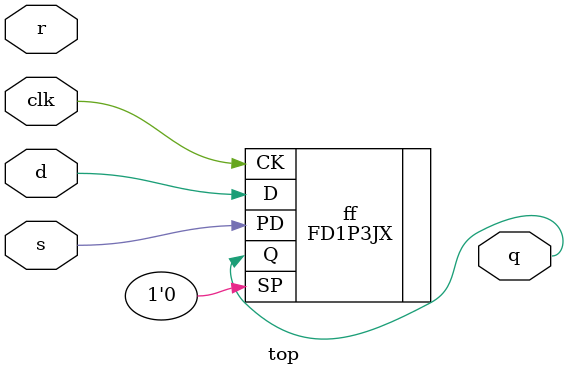
<source format=v>
module top(input clk, input d, input r, input s, output q);
    GSR gsr(.GSR(r));
    FD1P3JX ff(.D(d), .SP(1'b0), .PD(s), .CK(clk), .Q(q));
endmodule

</source>
